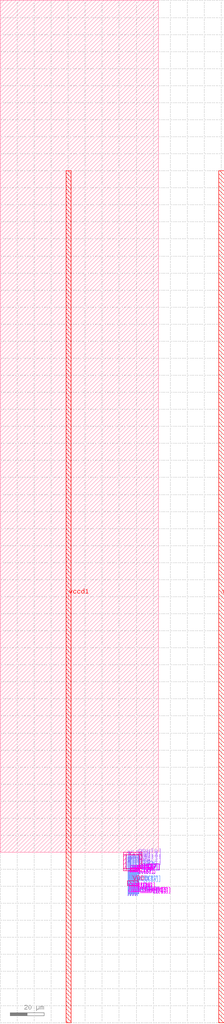
<source format=lef>
VERSION 5.7 ;
  NOWIREEXTENSIONATPIN ON ;
  DIVIDERCHAR "/" ;
  BUSBITCHARS "[]" ;
MACRO flash_array_8x8
  CLASS BLOCK ;
  FOREIGN flash_array_8x8 ;
  ORIGIN 0.000 0.000 ;
  SIZE 93.100 BY 500.000 ;
  PIN sen2
    ANTENNAGATEAREA 0.504000 ;
    PORT
      LAYER li1 ;
        RECT 75.290 -11.940 75.460 -11.925 ;
        RECT 76.730 -11.940 76.900 -11.925 ;
        RECT 78.170 -11.940 78.340 -11.925 ;
        RECT 79.610 -11.940 79.780 -11.925 ;
        RECT 75.210 -12.110 75.540 -11.940 ;
        RECT 76.650 -12.110 76.980 -11.940 ;
        RECT 78.090 -12.110 78.420 -11.940 ;
        RECT 79.530 -12.110 79.860 -11.940 ;
        RECT 75.910 -24.445 76.240 -24.275 ;
        RECT 77.350 -24.445 77.680 -24.275 ;
        RECT 78.790 -24.445 79.120 -24.275 ;
        RECT 80.230 -24.445 80.560 -24.275 ;
        RECT 75.990 -24.460 76.160 -24.445 ;
        RECT 77.430 -24.460 77.600 -24.445 ;
        RECT 78.870 -24.460 79.040 -24.445 ;
        RECT 80.310 -24.460 80.480 -24.445 ;
      LAYER mcon ;
        RECT 75.290 -12.095 75.460 -11.925 ;
        RECT 76.730 -12.095 76.900 -11.925 ;
        RECT 78.170 -12.095 78.340 -11.925 ;
        RECT 79.610 -12.095 79.780 -11.925 ;
      LAYER met1 ;
        RECT 75.005 -12.125 81.605 -11.895 ;
        RECT 81.465 -24.260 81.605 -12.125 ;
        RECT 75.005 -24.490 81.605 -24.260 ;
    END
  END sen2
  PIN sen1
    ANTENNAGATEAREA 0.504000 ;
    PORT
      LAYER li1 ;
        RECT 75.690 -12.450 76.020 -12.280 ;
        RECT 77.130 -12.450 77.460 -12.280 ;
        RECT 78.570 -12.450 78.900 -12.280 ;
        RECT 80.010 -12.450 80.340 -12.280 ;
        RECT 75.770 -12.465 75.940 -12.450 ;
        RECT 77.210 -12.465 77.380 -12.450 ;
        RECT 78.650 -12.465 78.820 -12.450 ;
        RECT 80.090 -12.465 80.260 -12.450 ;
        RECT 75.510 -23.935 75.680 -23.920 ;
        RECT 76.950 -23.935 77.120 -23.920 ;
        RECT 78.390 -23.935 78.560 -23.920 ;
        RECT 79.830 -23.935 80.000 -23.920 ;
        RECT 75.430 -24.105 75.760 -23.935 ;
        RECT 76.870 -24.105 77.200 -23.935 ;
        RECT 78.310 -24.105 78.640 -23.935 ;
        RECT 79.750 -24.105 80.080 -23.935 ;
      LAYER mcon ;
        RECT 75.510 -24.090 75.680 -23.920 ;
        RECT 76.950 -24.090 77.120 -23.920 ;
        RECT 78.390 -24.090 78.560 -23.920 ;
        RECT 79.830 -24.090 80.000 -23.920 ;
      LAYER met1 ;
        RECT 75.005 -12.495 81.325 -12.265 ;
        RECT 81.185 -23.890 81.325 -12.495 ;
        RECT 75.005 -24.120 81.325 -23.890 ;
    END
  END sen1
  PIN VDD
    ANTENNADIFFAREA 2.860800 ;
    PORT
      LAYER nwell ;
        RECT 74.825 -19.565 80.945 -16.815 ;
      LAYER li1 ;
        RECT 75.640 -18.105 75.810 -17.010 ;
        RECT 77.080 -18.105 77.250 -17.010 ;
        RECT 78.520 -18.105 78.690 -17.010 ;
        RECT 79.960 -18.105 80.130 -17.010 ;
        RECT 75.005 -18.275 80.765 -18.105 ;
        RECT 75.640 -19.370 75.810 -18.275 ;
        RECT 77.080 -19.370 77.250 -18.275 ;
        RECT 78.520 -19.370 78.690 -18.275 ;
        RECT 79.960 -19.370 80.130 -18.275 ;
      LAYER mcon ;
        RECT 75.640 -18.275 75.810 -18.105 ;
        RECT 77.080 -18.275 77.250 -18.105 ;
        RECT 78.520 -18.275 78.690 -18.105 ;
        RECT 79.960 -18.275 80.130 -18.105 ;
      LAYER met1 ;
        RECT 75.005 -18.305 80.765 -18.075 ;
    END
  END VDD
  PIN GND
    ANTENNADIFFAREA 4.680000 ;
    PORT
      LAYER li1 ;
        RECT 75.855 -13.965 76.025 -13.905 ;
        RECT 77.295 -13.965 77.465 -13.905 ;
        RECT 78.735 -13.965 78.905 -13.905 ;
        RECT 80.175 -13.965 80.345 -13.905 ;
        RECT 75.835 -14.135 76.025 -13.965 ;
        RECT 77.275 -14.135 77.465 -13.965 ;
        RECT 78.715 -14.135 78.905 -13.965 ;
        RECT 80.155 -14.135 80.345 -13.965 ;
        RECT 75.855 -14.655 76.025 -14.135 ;
        RECT 77.295 -14.655 77.465 -14.135 ;
        RECT 78.735 -14.655 78.905 -14.135 ;
        RECT 80.175 -14.655 80.345 -14.135 ;
        RECT 75.560 -15.275 75.890 -15.105 ;
        RECT 77.000 -15.275 77.330 -15.105 ;
        RECT 78.440 -15.275 78.770 -15.105 ;
        RECT 79.880 -15.275 80.210 -15.105 ;
        RECT 75.640 -15.920 75.810 -15.275 ;
        RECT 77.080 -15.920 77.250 -15.275 ;
        RECT 78.520 -15.920 78.690 -15.275 ;
        RECT 79.960 -15.920 80.130 -15.275 ;
        RECT 75.640 -21.090 75.810 -20.460 ;
        RECT 77.080 -21.090 77.250 -20.460 ;
        RECT 78.520 -21.090 78.690 -20.460 ;
        RECT 79.960 -21.090 80.130 -20.460 ;
        RECT 75.560 -21.260 75.890 -21.090 ;
        RECT 77.000 -21.260 77.330 -21.090 ;
        RECT 78.440 -21.260 78.770 -21.090 ;
        RECT 79.880 -21.260 80.210 -21.090 ;
        RECT 75.425 -22.230 75.595 -21.710 ;
        RECT 76.865 -22.230 77.035 -21.710 ;
        RECT 78.305 -22.230 78.475 -21.710 ;
        RECT 79.745 -22.230 79.915 -21.710 ;
        RECT 75.425 -22.400 75.615 -22.230 ;
        RECT 76.865 -22.400 77.055 -22.230 ;
        RECT 78.305 -22.400 78.495 -22.230 ;
        RECT 79.745 -22.400 79.935 -22.230 ;
        RECT 75.425 -22.460 75.595 -22.400 ;
        RECT 76.865 -22.460 77.035 -22.400 ;
        RECT 78.305 -22.460 78.475 -22.400 ;
        RECT 79.745 -22.460 79.915 -22.400 ;
      LAYER mcon ;
        RECT 75.835 -14.135 76.005 -13.965 ;
        RECT 77.275 -14.135 77.445 -13.965 ;
        RECT 78.715 -14.135 78.885 -13.965 ;
        RECT 80.155 -14.135 80.325 -13.965 ;
        RECT 75.640 -15.275 75.810 -15.105 ;
        RECT 77.080 -15.275 77.250 -15.105 ;
        RECT 78.520 -15.275 78.690 -15.105 ;
        RECT 79.960 -15.275 80.130 -15.105 ;
        RECT 75.640 -21.260 75.810 -21.090 ;
        RECT 77.080 -21.260 77.250 -21.090 ;
        RECT 78.520 -21.260 78.690 -21.090 ;
        RECT 79.960 -21.260 80.130 -21.090 ;
        RECT 75.445 -22.400 75.615 -22.230 ;
        RECT 76.885 -22.400 77.055 -22.230 ;
        RECT 78.325 -22.400 78.495 -22.230 ;
        RECT 79.765 -22.400 79.935 -22.230 ;
      LAYER met1 ;
        RECT 75.805 -14.195 76.035 -13.905 ;
        RECT 77.245 -14.195 77.475 -13.905 ;
        RECT 78.685 -14.195 78.915 -13.905 ;
        RECT 80.125 -14.195 80.355 -13.905 ;
        RECT 75.805 -15.075 75.945 -14.195 ;
        RECT 77.245 -15.075 77.385 -14.195 ;
        RECT 78.685 -15.075 78.825 -14.195 ;
        RECT 80.125 -15.075 80.265 -14.195 ;
        RECT 75.580 -15.120 75.945 -15.075 ;
        RECT 77.020 -15.120 77.385 -15.075 ;
        RECT 78.460 -15.120 78.825 -15.075 ;
        RECT 79.900 -15.120 80.265 -15.075 ;
        RECT 75.005 -15.305 81.045 -15.120 ;
        RECT 80.905 -21.060 81.045 -15.305 ;
        RECT 75.005 -21.245 81.045 -21.060 ;
        RECT 75.505 -21.290 75.870 -21.245 ;
        RECT 76.945 -21.290 77.310 -21.245 ;
        RECT 78.385 -21.290 78.750 -21.245 ;
        RECT 79.825 -21.290 80.190 -21.245 ;
        RECT 75.505 -22.170 75.645 -21.290 ;
        RECT 76.945 -22.170 77.085 -21.290 ;
        RECT 78.385 -22.170 78.525 -21.290 ;
        RECT 79.825 -22.170 79.965 -21.290 ;
        RECT 75.415 -22.460 75.645 -22.170 ;
        RECT 76.855 -22.460 77.085 -22.170 ;
        RECT 78.295 -22.460 78.525 -22.170 ;
        RECT 79.735 -22.460 79.965 -22.170 ;
    END
  END GND
  PIN BL[7]
    ANTENNAGATEAREA 0.126000 ;
    ANTENNADIFFAREA 0.273000 ;
    PORT
      LAYER li1 ;
        RECT 80.320 -2.240 80.490 -2.070 ;
        RECT 80.320 -8.900 80.490 -8.730 ;
        RECT 80.085 -13.735 80.415 -13.565 ;
      LAYER mcon ;
        RECT 80.165 -13.735 80.335 -13.565 ;
      LAYER met1 ;
        RECT 80.320 -2.040 80.490 -1.905 ;
        RECT 80.260 -2.270 80.550 -2.040 ;
        RECT 80.320 -8.700 80.490 -2.270 ;
        RECT 80.260 -8.930 80.550 -8.700 ;
        RECT 80.320 -10.455 80.490 -8.930 ;
        RECT 80.275 -10.595 80.490 -10.455 ;
        RECT 80.275 -10.895 80.415 -10.595 ;
        RECT 80.155 -11.215 80.415 -10.895 ;
        RECT 80.090 -13.765 80.410 -13.505 ;
      LAYER via ;
        RECT 80.155 -11.185 80.415 -10.925 ;
        RECT 80.120 -13.765 80.380 -13.505 ;
      LAYER met2 ;
        RECT 80.155 -11.215 80.415 -10.895 ;
        RECT 80.155 -13.505 80.295 -11.215 ;
        RECT 80.090 -13.765 80.410 -13.505 ;
    END
  END BL[7]
  PIN BL[6]
    ANTENNAGATEAREA 0.126000 ;
    ANTENNADIFFAREA 0.273000 ;
    PORT
      LAYER li1 ;
        RECT 79.600 -2.240 79.770 -2.070 ;
        RECT 79.600 -8.900 79.770 -8.730 ;
        RECT 79.675 -22.800 80.005 -22.630 ;
      LAYER mcon ;
        RECT 79.755 -22.800 79.925 -22.630 ;
      LAYER met1 ;
        RECT 79.600 -2.040 79.770 -1.905 ;
        RECT 79.540 -2.270 79.830 -2.040 ;
        RECT 79.600 -8.700 79.770 -2.270 ;
        RECT 79.540 -8.930 79.830 -8.700 ;
        RECT 79.600 -10.455 79.770 -8.930 ;
        RECT 79.600 -10.595 79.835 -10.455 ;
        RECT 79.695 -10.895 79.835 -10.595 ;
        RECT 79.695 -11.155 80.015 -10.895 ;
        RECT 79.680 -22.860 80.000 -22.600 ;
      LAYER via ;
        RECT 79.725 -11.155 79.985 -10.895 ;
        RECT 79.710 -22.860 79.970 -22.600 ;
      LAYER met2 ;
        RECT 79.695 -11.155 80.015 -10.895 ;
        RECT 79.795 -22.600 79.935 -11.155 ;
        RECT 79.680 -22.860 80.000 -22.600 ;
    END
  END BL[6]
  PIN BL[5]
    ANTENNAGATEAREA 0.126000 ;
    ANTENNADIFFAREA 0.273000 ;
    PORT
      LAYER li1 ;
        RECT 78.880 -2.240 79.050 -2.070 ;
        RECT 78.880 -8.900 79.050 -8.730 ;
        RECT 78.645 -13.735 78.975 -13.565 ;
      LAYER mcon ;
        RECT 78.725 -13.735 78.895 -13.565 ;
      LAYER met1 ;
        RECT 78.880 -2.040 79.050 -1.905 ;
        RECT 78.820 -2.270 79.110 -2.040 ;
        RECT 78.880 -8.700 79.050 -2.270 ;
        RECT 78.820 -8.930 79.110 -8.700 ;
        RECT 78.880 -10.455 79.050 -8.930 ;
        RECT 78.835 -10.595 79.050 -10.455 ;
        RECT 78.835 -10.895 78.975 -10.595 ;
        RECT 78.715 -11.215 78.975 -10.895 ;
        RECT 78.650 -13.765 78.970 -13.505 ;
      LAYER via ;
        RECT 78.715 -11.185 78.975 -10.925 ;
        RECT 78.680 -13.765 78.940 -13.505 ;
      LAYER met2 ;
        RECT 78.715 -11.215 78.975 -10.895 ;
        RECT 78.715 -13.505 78.855 -11.215 ;
        RECT 78.650 -13.765 78.970 -13.505 ;
    END
  END BL[5]
  PIN BL[4]
    ANTENNAGATEAREA 0.126000 ;
    ANTENNADIFFAREA 0.273000 ;
    PORT
      LAYER li1 ;
        RECT 78.160 -2.240 78.330 -2.070 ;
        RECT 78.160 -8.900 78.330 -8.730 ;
        RECT 78.235 -22.800 78.565 -22.630 ;
      LAYER mcon ;
        RECT 78.315 -22.800 78.485 -22.630 ;
      LAYER met1 ;
        RECT 78.160 -2.040 78.330 -1.905 ;
        RECT 78.100 -2.270 78.390 -2.040 ;
        RECT 78.160 -8.700 78.330 -2.270 ;
        RECT 78.100 -8.930 78.390 -8.700 ;
        RECT 78.160 -10.455 78.330 -8.930 ;
        RECT 78.160 -10.595 78.395 -10.455 ;
        RECT 78.255 -10.895 78.395 -10.595 ;
        RECT 78.255 -11.155 78.575 -10.895 ;
        RECT 78.240 -22.860 78.560 -22.600 ;
      LAYER via ;
        RECT 78.285 -11.155 78.545 -10.895 ;
        RECT 78.270 -22.860 78.530 -22.600 ;
      LAYER met2 ;
        RECT 78.255 -11.155 78.575 -10.895 ;
        RECT 78.355 -22.600 78.495 -11.155 ;
        RECT 78.240 -22.860 78.560 -22.600 ;
    END
  END BL[4]
  PIN BL[3]
    ANTENNAGATEAREA 0.126000 ;
    ANTENNADIFFAREA 0.273000 ;
    PORT
      LAYER li1 ;
        RECT 77.440 -2.240 77.610 -2.070 ;
        RECT 77.440 -8.900 77.610 -8.730 ;
        RECT 77.205 -13.735 77.535 -13.565 ;
      LAYER mcon ;
        RECT 77.285 -13.735 77.455 -13.565 ;
      LAYER met1 ;
        RECT 77.440 -2.040 77.610 -1.905 ;
        RECT 77.380 -2.270 77.670 -2.040 ;
        RECT 77.440 -8.700 77.610 -2.270 ;
        RECT 77.380 -8.930 77.670 -8.700 ;
        RECT 77.440 -10.455 77.610 -8.930 ;
        RECT 77.395 -10.595 77.610 -10.455 ;
        RECT 77.395 -10.895 77.535 -10.595 ;
        RECT 77.275 -11.215 77.535 -10.895 ;
        RECT 77.210 -13.765 77.530 -13.505 ;
      LAYER via ;
        RECT 77.275 -11.185 77.535 -10.925 ;
        RECT 77.240 -13.765 77.500 -13.505 ;
      LAYER met2 ;
        RECT 77.275 -11.215 77.535 -10.895 ;
        RECT 77.275 -13.505 77.415 -11.215 ;
        RECT 77.210 -13.765 77.530 -13.505 ;
    END
  END BL[3]
  PIN BL[2]
    ANTENNAGATEAREA 0.126000 ;
    ANTENNADIFFAREA 0.273000 ;
    PORT
      LAYER li1 ;
        RECT 76.720 -2.240 76.890 -2.070 ;
        RECT 76.720 -8.900 76.890 -8.730 ;
        RECT 76.795 -22.800 77.125 -22.630 ;
      LAYER mcon ;
        RECT 76.875 -22.800 77.045 -22.630 ;
      LAYER met1 ;
        RECT 76.720 -2.040 76.890 -1.905 ;
        RECT 76.660 -2.270 76.950 -2.040 ;
        RECT 76.720 -8.700 76.890 -2.270 ;
        RECT 76.660 -8.930 76.950 -8.700 ;
        RECT 76.720 -10.455 76.890 -8.930 ;
        RECT 76.720 -10.595 76.955 -10.455 ;
        RECT 76.815 -10.895 76.955 -10.595 ;
        RECT 76.815 -11.155 77.135 -10.895 ;
        RECT 76.800 -22.860 77.120 -22.600 ;
      LAYER via ;
        RECT 76.845 -11.155 77.105 -10.895 ;
        RECT 76.830 -22.860 77.090 -22.600 ;
      LAYER met2 ;
        RECT 76.815 -11.155 77.135 -10.895 ;
        RECT 76.915 -22.600 77.055 -11.155 ;
        RECT 76.800 -22.860 77.120 -22.600 ;
    END
  END BL[2]
  PIN BL[1]
    ANTENNAGATEAREA 0.126000 ;
    ANTENNADIFFAREA 0.273000 ;
    PORT
      LAYER li1 ;
        RECT 76.000 -2.240 76.170 -2.070 ;
        RECT 76.000 -8.900 76.170 -8.730 ;
        RECT 75.765 -13.735 76.095 -13.565 ;
      LAYER mcon ;
        RECT 75.845 -13.735 76.015 -13.565 ;
      LAYER met1 ;
        RECT 76.000 -2.040 76.170 -1.905 ;
        RECT 75.940 -2.270 76.230 -2.040 ;
        RECT 76.000 -8.700 76.170 -2.270 ;
        RECT 75.940 -8.930 76.230 -8.700 ;
        RECT 76.000 -10.455 76.170 -8.930 ;
        RECT 75.955 -10.595 76.170 -10.455 ;
        RECT 75.955 -10.895 76.095 -10.595 ;
        RECT 75.835 -11.215 76.095 -10.895 ;
        RECT 75.770 -13.765 76.090 -13.505 ;
      LAYER via ;
        RECT 75.835 -11.185 76.095 -10.925 ;
        RECT 75.800 -13.765 76.060 -13.505 ;
      LAYER met2 ;
        RECT 75.835 -11.215 76.095 -10.895 ;
        RECT 75.835 -13.505 75.975 -11.215 ;
        RECT 75.770 -13.765 76.090 -13.505 ;
    END
  END BL[1]
  PIN BL[0]
    ANTENNAGATEAREA 0.126000 ;
    ANTENNADIFFAREA 0.273000 ;
    PORT
      LAYER li1 ;
        RECT 75.280 -2.240 75.450 -2.070 ;
        RECT 75.280 -8.900 75.450 -8.730 ;
        RECT 75.355 -22.800 75.685 -22.630 ;
      LAYER mcon ;
        RECT 75.435 -22.800 75.605 -22.630 ;
      LAYER met1 ;
        RECT 75.280 -2.040 75.450 -1.905 ;
        RECT 75.220 -2.270 75.510 -2.040 ;
        RECT 75.280 -8.700 75.450 -2.270 ;
        RECT 75.220 -8.930 75.510 -8.700 ;
        RECT 75.280 -10.455 75.450 -8.930 ;
        RECT 75.280 -10.595 75.515 -10.455 ;
        RECT 75.375 -10.895 75.515 -10.595 ;
        RECT 75.375 -11.155 75.695 -10.895 ;
        RECT 75.360 -22.860 75.680 -22.600 ;
      LAYER via ;
        RECT 75.405 -11.155 75.665 -10.895 ;
        RECT 75.390 -22.860 75.650 -22.600 ;
      LAYER met2 ;
        RECT 75.375 -11.155 75.695 -10.895 ;
        RECT 75.475 -22.600 75.615 -11.155 ;
        RECT 75.360 -22.860 75.680 -22.600 ;
    END
  END BL[0]
  PIN VBPW
    ANTENNADIFFAREA 8.916200 ;
    PORT
      LAYER li1 ;
        RECT 74.170 -1.730 74.340 -1.560 ;
        RECT 74.565 -1.730 74.735 -1.560 ;
        RECT 75.280 -1.730 75.450 -1.560 ;
        RECT 75.640 -1.730 75.810 -1.560 ;
        RECT 76.000 -1.730 76.170 -1.560 ;
        RECT 76.720 -1.730 76.890 -1.560 ;
        RECT 77.080 -1.730 77.250 -1.560 ;
        RECT 77.440 -1.730 77.610 -1.560 ;
        RECT 78.160 -1.730 78.330 -1.560 ;
        RECT 78.520 -1.730 78.690 -1.560 ;
        RECT 78.880 -1.730 79.050 -1.560 ;
        RECT 79.600 -1.730 79.770 -1.560 ;
        RECT 79.960 -1.730 80.130 -1.560 ;
        RECT 80.320 -1.730 80.490 -1.560 ;
        RECT 81.040 -1.730 81.210 -1.560 ;
        RECT 81.420 -1.730 81.590 -1.560 ;
        RECT 81.420 -3.260 81.590 -3.090 ;
        RECT 74.170 -3.690 74.340 -3.520 ;
        RECT 81.420 -4.120 81.590 -3.950 ;
        RECT 74.170 -4.550 74.340 -4.380 ;
        RECT 74.170 -6.590 74.340 -6.420 ;
        RECT 81.420 -7.020 81.590 -6.850 ;
        RECT 74.170 -7.450 74.340 -7.280 ;
        RECT 81.420 -7.880 81.590 -7.710 ;
        RECT 74.170 -9.410 74.340 -9.240 ;
        RECT 74.565 -9.410 74.735 -9.240 ;
        RECT 75.280 -9.410 75.450 -9.240 ;
        RECT 75.640 -9.410 75.810 -9.240 ;
        RECT 76.000 -9.410 76.170 -9.240 ;
        RECT 76.720 -9.410 76.890 -9.240 ;
        RECT 77.080 -9.410 77.250 -9.240 ;
        RECT 77.440 -9.410 77.610 -9.240 ;
        RECT 78.160 -9.410 78.330 -9.240 ;
        RECT 78.520 -9.410 78.690 -9.240 ;
        RECT 78.880 -9.410 79.050 -9.240 ;
        RECT 79.600 -9.410 79.770 -9.240 ;
        RECT 79.960 -9.410 80.130 -9.240 ;
        RECT 80.320 -9.410 80.490 -9.240 ;
        RECT 81.040 -9.410 81.210 -9.240 ;
        RECT 81.420 -9.410 81.590 -9.240 ;
      LAYER met1 ;
        RECT 74.110 -1.760 74.400 -1.530 ;
        RECT 81.360 -1.760 81.650 -1.530 ;
        RECT 74.170 -3.490 74.340 -1.760 ;
        RECT 81.420 -3.060 81.590 -1.760 ;
        RECT 81.390 -3.290 81.620 -3.060 ;
        RECT 74.140 -3.720 74.370 -3.490 ;
        RECT 74.170 -4.350 74.340 -3.720 ;
        RECT 81.420 -3.920 81.590 -3.290 ;
        RECT 81.390 -4.150 81.620 -3.920 ;
        RECT 74.140 -4.580 74.370 -4.350 ;
        RECT 74.170 -6.390 74.340 -4.580 ;
        RECT 74.140 -6.620 74.370 -6.390 ;
        RECT 74.170 -7.250 74.340 -6.620 ;
        RECT 81.420 -6.820 81.590 -4.150 ;
        RECT 81.390 -7.050 81.620 -6.820 ;
        RECT 74.140 -7.480 74.370 -7.250 ;
        RECT 74.170 -9.210 74.340 -7.480 ;
        RECT 81.420 -7.680 81.590 -7.050 ;
        RECT 81.390 -7.910 81.620 -7.680 ;
        RECT 81.420 -9.210 81.590 -7.910 ;
        RECT 74.110 -9.440 74.400 -9.210 ;
        RECT 81.360 -9.440 81.650 -9.210 ;
    END
  END VBPW
  PIN SSL[1]
    ANTENNAGATEAREA 1.680000 ;
    PORT
      LAYER li1 ;
        RECT 80.940 -8.515 81.110 -8.345 ;
    END
  END SSL[1]
  PIN out[6]
    ANTENNADIFFAREA 0.111300 ;
    PORT
      LAYER li1 ;
        RECT 79.840 -25.055 80.010 -24.635 ;
    END
  END out[6]
  PIN out[4]
    ANTENNADIFFAREA 0.111300 ;
    PORT
      LAYER li1 ;
        RECT 78.400 -25.055 78.570 -24.635 ;
    END
  END out[4]
  PIN out[2]
    ANTENNADIFFAREA 0.111300 ;
    PORT
      LAYER li1 ;
        RECT 76.960 -25.055 77.130 -24.635 ;
    END
  END out[2]
  PIN out[0]
    ANTENNADIFFAREA 0.111300 ;
    PORT
      LAYER li1 ;
        RECT 75.520 -25.055 75.690 -24.635 ;
    END
  END out[0]
  PIN WL1[1]
    ANTENNAGATEAREA 0.792000 ;
    PORT
      LAYER li1 ;
        RECT 80.940 -7.450 81.110 -7.280 ;
    END
  END WL1[1]
  PIN WL1[0]
    ANTENNAGATEAREA 0.792000 ;
    PORT
      LAYER li1 ;
        RECT 74.660 -7.880 74.830 -7.710 ;
    END
  END WL1[0]
  PIN WL1[3]
    ANTENNAGATEAREA 0.792000 ;
    PORT
      LAYER li1 ;
        RECT 80.940 -6.590 81.110 -6.420 ;
    END
  END WL1[3]
  PIN WL1[2]
    ANTENNAGATEAREA 0.792000 ;
    PORT
      LAYER li1 ;
        RECT 74.660 -7.020 74.830 -6.850 ;
    END
  END WL1[2]
  PIN SL
    ANTENNADIFFAREA 1.344000 ;
    PORT
      LAYER li1 ;
        RECT 75.280 -5.570 75.450 -5.400 ;
        RECT 76.000 -5.570 76.170 -5.400 ;
        RECT 76.720 -5.570 76.890 -5.400 ;
        RECT 77.440 -5.570 77.610 -5.400 ;
        RECT 78.160 -5.570 78.330 -5.400 ;
        RECT 78.880 -5.570 79.050 -5.400 ;
        RECT 79.600 -5.570 79.770 -5.400 ;
        RECT 80.320 -5.570 80.490 -5.400 ;
    END
  END SL
  PIN GSL[1]
    ANTENNAGATEAREA 1.680000 ;
    PORT
      LAYER li1 ;
        RECT 74.615 -5.905 74.785 -5.735 ;
    END
  END GSL[1]
  PIN GSL[0]
    ANTENNAGATEAREA 1.680000 ;
    PORT
      LAYER li1 ;
        RECT 74.615 -5.235 74.785 -5.065 ;
    END
  END GSL[0]
  PIN WL0[3]
    ANTENNAGATEAREA 0.792000 ;
    PORT
      LAYER li1 ;
        RECT 80.940 -4.550 81.110 -4.380 ;
    END
  END WL0[3]
  PIN WL0[2]
    ANTENNAGATEAREA 0.792000 ;
    PORT
      LAYER li1 ;
        RECT 74.660 -4.120 74.830 -3.950 ;
    END
  END WL0[2]
  PIN WL0[1]
    ANTENNAGATEAREA 0.792000 ;
    PORT
      LAYER li1 ;
        RECT 80.940 -3.690 81.110 -3.520 ;
    END
  END WL0[1]
  PIN WL0[0]
    ANTENNAGATEAREA 0.792000 ;
    PORT
      LAYER li1 ;
        RECT 74.660 -3.260 74.830 -3.090 ;
    END
  END WL0[0]
  PIN SSL[0]
    ANTENNAGATEAREA 1.680000 ;
    PORT
      LAYER li1 ;
        RECT 80.940 -2.625 81.110 -2.455 ;
    END
  END SSL[0]
  PIN out[7]
    ANTENNADIFFAREA 0.111300 ;
    PORT
      LAYER li1 ;
        RECT 80.080 -11.750 80.250 -11.330 ;
      LAYER mcon ;
        RECT 80.080 -11.625 80.250 -11.455 ;
      LAYER met1 ;
        RECT 80.435 -11.395 80.695 -11.380 ;
        RECT 79.990 -11.685 80.695 -11.395 ;
        RECT 80.435 -11.700 80.695 -11.685 ;
      LAYER via ;
        RECT 80.435 -11.670 80.695 -11.410 ;
      LAYER met2 ;
        RECT 80.435 -11.700 80.695 -11.380 ;
        RECT 80.555 -25.430 80.695 -11.700 ;
    END
  END out[7]
  PIN out_en[3]
    ANTENNAGATEAREA 0.126000 ;
    PORT
      LAYER li1 ;
        RECT 79.440 -11.140 80.545 -10.970 ;
        RECT 79.440 -11.680 79.610 -11.140 ;
        RECT 79.440 -25.415 79.875 -25.245 ;
      LAYER met1 ;
        RECT 79.395 -11.755 79.655 -11.435 ;
        RECT 79.395 -25.490 79.655 -25.170 ;
      LAYER via ;
        RECT 79.395 -11.725 79.655 -11.465 ;
        RECT 79.395 -25.460 79.655 -25.200 ;
      LAYER met2 ;
        RECT 79.395 -11.755 79.655 -11.435 ;
        RECT 79.395 -25.170 79.535 -11.755 ;
        RECT 79.395 -25.490 79.655 -25.170 ;
    END
  END out_en[3]
  PIN out[5]
    ANTENNADIFFAREA 0.111300 ;
    PORT
      LAYER li1 ;
        RECT 78.640 -11.750 78.810 -11.330 ;
      LAYER mcon ;
        RECT 78.640 -11.625 78.810 -11.455 ;
      LAYER met1 ;
        RECT 78.995 -11.395 79.255 -11.380 ;
        RECT 78.550 -11.685 79.255 -11.395 ;
        RECT 78.995 -11.700 79.255 -11.685 ;
      LAYER via ;
        RECT 78.995 -11.670 79.255 -11.410 ;
      LAYER met2 ;
        RECT 78.995 -11.700 79.255 -11.380 ;
        RECT 79.115 -25.430 79.255 -11.700 ;
    END
  END out[5]
  PIN out_en[2]
    ANTENNAGATEAREA 0.126000 ;
    PORT
      LAYER li1 ;
        RECT 78.000 -11.140 79.105 -10.970 ;
        RECT 78.000 -11.680 78.170 -11.140 ;
        RECT 78.000 -25.415 78.435 -25.245 ;
      LAYER met1 ;
        RECT 77.955 -11.755 78.215 -11.435 ;
        RECT 77.955 -25.490 78.215 -25.170 ;
      LAYER via ;
        RECT 77.955 -11.725 78.215 -11.465 ;
        RECT 77.955 -25.460 78.215 -25.200 ;
      LAYER met2 ;
        RECT 77.955 -11.755 78.215 -11.435 ;
        RECT 77.955 -25.170 78.095 -11.755 ;
        RECT 77.955 -25.490 78.215 -25.170 ;
    END
  END out_en[2]
  PIN out[3]
    ANTENNADIFFAREA 0.111300 ;
    PORT
      LAYER li1 ;
        RECT 77.200 -11.750 77.370 -11.330 ;
      LAYER mcon ;
        RECT 77.200 -11.625 77.370 -11.455 ;
      LAYER met1 ;
        RECT 77.555 -11.395 77.815 -11.380 ;
        RECT 77.110 -11.685 77.815 -11.395 ;
        RECT 77.555 -11.700 77.815 -11.685 ;
      LAYER via ;
        RECT 77.555 -11.670 77.815 -11.410 ;
      LAYER met2 ;
        RECT 77.555 -11.700 77.815 -11.380 ;
        RECT 77.675 -25.430 77.815 -11.700 ;
    END
  END out[3]
  PIN out_en[1]
    ANTENNAGATEAREA 0.126000 ;
    PORT
      LAYER li1 ;
        RECT 76.560 -11.140 77.665 -10.970 ;
        RECT 76.560 -11.680 76.730 -11.140 ;
        RECT 76.560 -25.415 76.995 -25.245 ;
      LAYER met1 ;
        RECT 76.515 -11.755 76.775 -11.435 ;
        RECT 76.515 -25.490 76.775 -25.170 ;
      LAYER via ;
        RECT 76.515 -11.725 76.775 -11.465 ;
        RECT 76.515 -25.460 76.775 -25.200 ;
      LAYER met2 ;
        RECT 76.515 -11.755 76.775 -11.435 ;
        RECT 76.515 -25.170 76.655 -11.755 ;
        RECT 76.515 -25.490 76.775 -25.170 ;
    END
  END out_en[1]
  PIN out[1]
    ANTENNADIFFAREA 0.111300 ;
    PORT
      LAYER li1 ;
        RECT 75.760 -11.750 75.930 -11.330 ;
      LAYER mcon ;
        RECT 75.760 -11.625 75.930 -11.455 ;
      LAYER met1 ;
        RECT 76.115 -11.395 76.375 -11.380 ;
        RECT 75.670 -11.685 76.375 -11.395 ;
        RECT 76.115 -11.700 76.375 -11.685 ;
      LAYER via ;
        RECT 76.115 -11.670 76.375 -11.410 ;
      LAYER met2 ;
        RECT 76.115 -11.700 76.375 -11.380 ;
        RECT 76.235 -25.430 76.375 -11.700 ;
    END
  END out[1]
  PIN out_en[0]
    ANTENNAGATEAREA 0.126000 ;
    PORT
      LAYER li1 ;
        RECT 75.120 -11.140 76.225 -10.970 ;
        RECT 75.120 -11.680 75.290 -11.140 ;
        RECT 75.120 -25.415 75.555 -25.245 ;
      LAYER met1 ;
        RECT 75.075 -11.755 75.335 -11.435 ;
        RECT 75.075 -25.490 75.335 -25.170 ;
      LAYER via ;
        RECT 75.075 -11.725 75.335 -11.465 ;
        RECT 75.075 -25.460 75.335 -25.200 ;
      LAYER met2 ;
        RECT 75.075 -11.755 75.335 -11.435 ;
        RECT 75.075 -25.170 75.215 -11.755 ;
        RECT 75.075 -25.490 75.335 -25.170 ;
    END
  END out_en[0]
  PIN vccd1
    DIRECTION INOUT ;
    USE POWER ;
    PORT
      LAYER met4 ;
        RECT 38.685 -100.000 41.785 400.000 ;
    END
  END vccd1
  PIN vssd1
    DIRECTION INOUT ;
    USE GROUND ;
    PORT
      LAYER met4 ;
        RECT 128.685 -100.000 131.785 400.000 ;
    END
  END vssd1
  OBS
      LAYER nwell ;
        RECT 72.490 -1.430 83.280 0.000 ;
        RECT 72.490 -9.540 73.920 -1.430 ;
        RECT 81.850 -9.540 83.280 -1.430 ;
        RECT 72.490 -10.970 83.280 -9.540 ;
      LAYER li1 ;
        RECT 75.650 -0.350 75.820 -0.180 ;
        RECT 77.090 -0.350 77.260 -0.180 ;
        RECT 78.530 -0.350 78.700 -0.180 ;
        RECT 79.970 -0.350 80.140 -0.180 ;
        RECT 75.650 -10.790 75.820 -10.620 ;
        RECT 77.090 -10.790 77.260 -10.620 ;
        RECT 78.530 -10.790 78.700 -10.620 ;
        RECT 79.970 -10.790 80.140 -10.620 ;
        RECT 76.190 -11.455 76.360 -11.330 ;
        RECT 77.630 -11.455 77.800 -11.330 ;
        RECT 79.070 -11.455 79.240 -11.330 ;
        RECT 80.510 -11.455 80.680 -11.330 ;
        RECT 76.160 -11.625 76.360 -11.455 ;
        RECT 77.600 -11.625 77.800 -11.455 ;
        RECT 79.040 -11.625 79.240 -11.455 ;
        RECT 80.480 -11.625 80.680 -11.455 ;
        RECT 76.190 -12.670 76.360 -11.625 ;
        RECT 77.630 -12.670 77.800 -11.625 ;
        RECT 79.070 -12.670 79.240 -11.625 ;
        RECT 80.510 -12.670 80.680 -11.625 ;
        RECT 75.055 -13.050 75.400 -12.880 ;
        RECT 75.640 -13.220 75.810 -12.755 ;
        RECT 76.155 -12.775 76.360 -12.670 ;
        RECT 76.155 -12.800 76.325 -12.775 ;
        RECT 76.070 -13.130 76.325 -12.800 ;
        RECT 76.495 -13.050 76.840 -12.880 ;
        RECT 76.155 -13.175 76.325 -13.130 ;
        RECT 77.080 -13.220 77.250 -12.755 ;
        RECT 77.595 -12.775 77.800 -12.670 ;
        RECT 77.595 -12.800 77.765 -12.775 ;
        RECT 77.510 -13.130 77.765 -12.800 ;
        RECT 77.935 -13.050 78.280 -12.880 ;
        RECT 77.595 -13.175 77.765 -13.130 ;
        RECT 78.520 -13.220 78.690 -12.755 ;
        RECT 79.035 -12.775 79.240 -12.670 ;
        RECT 79.035 -12.800 79.205 -12.775 ;
        RECT 78.950 -13.130 79.205 -12.800 ;
        RECT 79.375 -13.050 79.720 -12.880 ;
        RECT 79.035 -13.175 79.205 -13.130 ;
        RECT 79.960 -13.220 80.130 -12.755 ;
        RECT 80.475 -12.775 80.680 -12.670 ;
        RECT 80.475 -12.800 80.645 -12.775 ;
        RECT 80.390 -13.130 80.645 -12.800 ;
        RECT 80.475 -13.175 80.645 -13.130 ;
        RECT 75.425 -13.390 75.810 -13.220 ;
        RECT 76.865 -13.390 77.250 -13.220 ;
        RECT 78.305 -13.390 78.690 -13.220 ;
        RECT 79.745 -13.390 80.130 -13.220 ;
        RECT 75.425 -14.655 75.595 -13.390 ;
        RECT 76.865 -14.655 77.035 -13.390 ;
        RECT 78.305 -14.655 78.475 -13.390 ;
        RECT 79.745 -14.655 79.915 -13.390 ;
        RECT 75.090 -14.950 75.305 -14.780 ;
        RECT 76.145 -14.950 76.360 -14.780 ;
        RECT 75.090 -15.590 75.260 -14.950 ;
        RECT 76.190 -15.590 76.360 -14.950 ;
        RECT 75.090 -15.920 75.380 -15.590 ;
        RECT 76.070 -15.920 76.360 -15.590 ;
        RECT 75.090 -16.590 75.260 -15.920 ;
        RECT 75.430 -16.170 75.600 -16.090 ;
        RECT 76.190 -16.170 76.360 -15.920 ;
        RECT 75.430 -16.340 76.360 -16.170 ;
        RECT 75.430 -16.420 75.600 -16.340 ;
        RECT 75.850 -16.590 76.020 -16.510 ;
        RECT 75.090 -16.760 76.020 -16.590 ;
        RECT 75.090 -17.060 75.260 -16.760 ;
        RECT 75.850 -16.840 76.020 -16.760 ;
        RECT 75.090 -17.730 75.380 -17.060 ;
        RECT 76.190 -17.140 76.360 -16.340 ;
        RECT 75.990 -17.310 76.360 -17.140 ;
        RECT 76.190 -17.480 76.360 -17.310 ;
        RECT 75.990 -17.650 76.360 -17.480 ;
        RECT 75.090 -17.835 75.260 -17.730 ;
        RECT 76.190 -17.835 76.360 -17.650 ;
        RECT 76.530 -14.950 76.745 -14.780 ;
        RECT 77.585 -14.950 77.800 -14.780 ;
        RECT 76.530 -15.590 76.700 -14.950 ;
        RECT 77.630 -15.590 77.800 -14.950 ;
        RECT 76.530 -15.920 76.820 -15.590 ;
        RECT 77.510 -15.920 77.800 -15.590 ;
        RECT 76.530 -16.590 76.700 -15.920 ;
        RECT 76.870 -16.170 77.040 -16.090 ;
        RECT 77.630 -16.170 77.800 -15.920 ;
        RECT 76.870 -16.340 77.800 -16.170 ;
        RECT 76.870 -16.420 77.040 -16.340 ;
        RECT 77.290 -16.590 77.460 -16.510 ;
        RECT 76.530 -16.760 77.460 -16.590 ;
        RECT 76.530 -17.060 76.700 -16.760 ;
        RECT 77.290 -16.840 77.460 -16.760 ;
        RECT 76.530 -17.730 76.820 -17.060 ;
        RECT 77.630 -17.140 77.800 -16.340 ;
        RECT 77.430 -17.310 77.800 -17.140 ;
        RECT 77.630 -17.480 77.800 -17.310 ;
        RECT 77.430 -17.650 77.800 -17.480 ;
        RECT 76.530 -17.835 76.700 -17.730 ;
        RECT 77.630 -17.835 77.800 -17.650 ;
        RECT 77.970 -14.950 78.185 -14.780 ;
        RECT 79.025 -14.950 79.240 -14.780 ;
        RECT 77.970 -15.590 78.140 -14.950 ;
        RECT 79.070 -15.590 79.240 -14.950 ;
        RECT 77.970 -15.920 78.260 -15.590 ;
        RECT 78.950 -15.920 79.240 -15.590 ;
        RECT 77.970 -16.590 78.140 -15.920 ;
        RECT 78.310 -16.170 78.480 -16.090 ;
        RECT 79.070 -16.170 79.240 -15.920 ;
        RECT 78.310 -16.340 79.240 -16.170 ;
        RECT 78.310 -16.420 78.480 -16.340 ;
        RECT 78.730 -16.590 78.900 -16.510 ;
        RECT 77.970 -16.760 78.900 -16.590 ;
        RECT 77.970 -17.060 78.140 -16.760 ;
        RECT 78.730 -16.840 78.900 -16.760 ;
        RECT 77.970 -17.730 78.260 -17.060 ;
        RECT 79.070 -17.140 79.240 -16.340 ;
        RECT 78.870 -17.310 79.240 -17.140 ;
        RECT 79.070 -17.480 79.240 -17.310 ;
        RECT 78.870 -17.650 79.240 -17.480 ;
        RECT 77.970 -17.835 78.140 -17.730 ;
        RECT 79.070 -17.835 79.240 -17.650 ;
        RECT 79.410 -14.950 79.625 -14.780 ;
        RECT 80.465 -14.950 80.680 -14.780 ;
        RECT 79.410 -15.590 79.580 -14.950 ;
        RECT 80.510 -15.590 80.680 -14.950 ;
        RECT 79.410 -15.920 79.700 -15.590 ;
        RECT 80.390 -15.920 80.680 -15.590 ;
        RECT 79.410 -16.590 79.580 -15.920 ;
        RECT 79.750 -16.170 79.920 -16.090 ;
        RECT 80.510 -16.170 80.680 -15.920 ;
        RECT 79.750 -16.340 80.680 -16.170 ;
        RECT 79.750 -16.420 79.920 -16.340 ;
        RECT 80.170 -16.590 80.340 -16.510 ;
        RECT 79.410 -16.760 80.340 -16.590 ;
        RECT 79.410 -17.060 79.580 -16.760 ;
        RECT 80.170 -16.840 80.340 -16.760 ;
        RECT 79.410 -17.730 79.700 -17.060 ;
        RECT 80.510 -17.140 80.680 -16.340 ;
        RECT 80.310 -17.310 80.680 -17.140 ;
        RECT 80.510 -17.480 80.680 -17.310 ;
        RECT 80.310 -17.650 80.680 -17.480 ;
        RECT 79.410 -17.835 79.580 -17.730 ;
        RECT 80.510 -17.835 80.680 -17.650 ;
        RECT 75.090 -18.730 75.260 -18.545 ;
        RECT 76.190 -18.730 76.360 -18.545 ;
        RECT 75.090 -18.900 75.460 -18.730 ;
        RECT 75.990 -18.900 76.360 -18.730 ;
        RECT 75.090 -19.070 75.260 -18.900 ;
        RECT 76.190 -19.070 76.360 -18.900 ;
        RECT 75.090 -19.240 75.460 -19.070 ;
        RECT 75.990 -19.240 76.360 -19.070 ;
        RECT 75.090 -20.040 75.260 -19.240 ;
        RECT 75.430 -19.620 75.600 -19.540 ;
        RECT 76.190 -19.620 76.360 -19.240 ;
        RECT 75.430 -19.790 76.360 -19.620 ;
        RECT 75.430 -19.870 75.600 -19.790 ;
        RECT 75.850 -20.040 76.020 -19.960 ;
        RECT 75.090 -20.210 76.020 -20.040 ;
        RECT 75.090 -20.525 75.260 -20.210 ;
        RECT 75.850 -20.290 76.020 -20.210 ;
        RECT 76.190 -20.525 76.360 -19.790 ;
        RECT 75.090 -20.695 75.460 -20.525 ;
        RECT 75.990 -20.695 76.360 -20.525 ;
        RECT 75.090 -21.415 75.260 -20.695 ;
        RECT 76.190 -21.415 76.360 -20.695 ;
        RECT 75.090 -21.585 75.305 -21.415 ;
        RECT 76.145 -21.585 76.360 -21.415 ;
        RECT 76.530 -18.730 76.700 -18.545 ;
        RECT 77.630 -18.730 77.800 -18.545 ;
        RECT 76.530 -18.900 76.900 -18.730 ;
        RECT 77.430 -18.900 77.800 -18.730 ;
        RECT 76.530 -19.070 76.700 -18.900 ;
        RECT 77.630 -19.070 77.800 -18.900 ;
        RECT 76.530 -19.240 76.900 -19.070 ;
        RECT 77.430 -19.240 77.800 -19.070 ;
        RECT 76.530 -20.040 76.700 -19.240 ;
        RECT 76.870 -19.620 77.040 -19.540 ;
        RECT 77.630 -19.620 77.800 -19.240 ;
        RECT 76.870 -19.790 77.800 -19.620 ;
        RECT 76.870 -19.870 77.040 -19.790 ;
        RECT 77.290 -20.040 77.460 -19.960 ;
        RECT 76.530 -20.210 77.460 -20.040 ;
        RECT 76.530 -20.525 76.700 -20.210 ;
        RECT 77.290 -20.290 77.460 -20.210 ;
        RECT 77.630 -20.525 77.800 -19.790 ;
        RECT 76.530 -20.695 76.900 -20.525 ;
        RECT 77.430 -20.695 77.800 -20.525 ;
        RECT 76.530 -21.415 76.700 -20.695 ;
        RECT 77.630 -21.415 77.800 -20.695 ;
        RECT 76.530 -21.585 76.745 -21.415 ;
        RECT 77.585 -21.585 77.800 -21.415 ;
        RECT 77.970 -18.730 78.140 -18.545 ;
        RECT 79.070 -18.730 79.240 -18.545 ;
        RECT 77.970 -18.900 78.340 -18.730 ;
        RECT 78.870 -18.900 79.240 -18.730 ;
        RECT 77.970 -19.070 78.140 -18.900 ;
        RECT 79.070 -19.070 79.240 -18.900 ;
        RECT 77.970 -19.240 78.340 -19.070 ;
        RECT 78.870 -19.240 79.240 -19.070 ;
        RECT 77.970 -20.040 78.140 -19.240 ;
        RECT 78.310 -19.620 78.480 -19.540 ;
        RECT 79.070 -19.620 79.240 -19.240 ;
        RECT 78.310 -19.790 79.240 -19.620 ;
        RECT 78.310 -19.870 78.480 -19.790 ;
        RECT 78.730 -20.040 78.900 -19.960 ;
        RECT 77.970 -20.210 78.900 -20.040 ;
        RECT 77.970 -20.525 78.140 -20.210 ;
        RECT 78.730 -20.290 78.900 -20.210 ;
        RECT 79.070 -20.525 79.240 -19.790 ;
        RECT 77.970 -20.695 78.340 -20.525 ;
        RECT 78.870 -20.695 79.240 -20.525 ;
        RECT 77.970 -21.415 78.140 -20.695 ;
        RECT 79.070 -21.415 79.240 -20.695 ;
        RECT 77.970 -21.585 78.185 -21.415 ;
        RECT 79.025 -21.585 79.240 -21.415 ;
        RECT 79.410 -18.730 79.580 -18.545 ;
        RECT 80.510 -18.730 80.680 -18.545 ;
        RECT 79.410 -18.900 79.780 -18.730 ;
        RECT 80.310 -18.900 80.680 -18.730 ;
        RECT 79.410 -19.070 79.580 -18.900 ;
        RECT 80.510 -19.070 80.680 -18.900 ;
        RECT 79.410 -19.240 79.780 -19.070 ;
        RECT 80.310 -19.240 80.680 -19.070 ;
        RECT 79.410 -20.040 79.580 -19.240 ;
        RECT 79.750 -19.620 79.920 -19.540 ;
        RECT 80.510 -19.620 80.680 -19.240 ;
        RECT 79.750 -19.790 80.680 -19.620 ;
        RECT 79.750 -19.870 79.920 -19.790 ;
        RECT 80.170 -20.040 80.340 -19.960 ;
        RECT 79.410 -20.210 80.340 -20.040 ;
        RECT 79.410 -20.525 79.580 -20.210 ;
        RECT 80.170 -20.290 80.340 -20.210 ;
        RECT 80.510 -20.525 80.680 -19.790 ;
        RECT 79.410 -20.695 79.780 -20.525 ;
        RECT 80.310 -20.695 80.680 -20.525 ;
        RECT 79.410 -21.415 79.580 -20.695 ;
        RECT 80.510 -21.415 80.680 -20.695 ;
        RECT 79.410 -21.585 79.625 -21.415 ;
        RECT 80.465 -21.585 80.680 -21.415 ;
        RECT 75.855 -22.975 76.025 -21.710 ;
        RECT 77.295 -22.975 77.465 -21.710 ;
        RECT 78.735 -22.975 78.905 -21.710 ;
        RECT 80.175 -22.975 80.345 -21.710 ;
        RECT 75.640 -23.145 76.025 -22.975 ;
        RECT 77.080 -23.145 77.465 -22.975 ;
        RECT 78.520 -23.145 78.905 -22.975 ;
        RECT 79.960 -23.145 80.345 -22.975 ;
        RECT 75.090 -23.315 75.260 -23.190 ;
        RECT 75.090 -23.485 75.460 -23.315 ;
        RECT 75.090 -25.055 75.260 -23.485 ;
        RECT 75.640 -23.610 75.810 -23.145 ;
        RECT 76.190 -23.315 76.360 -23.190 ;
        RECT 76.050 -23.485 76.360 -23.315 ;
        RECT 76.190 -23.610 76.360 -23.485 ;
        RECT 76.530 -23.315 76.700 -23.190 ;
        RECT 76.530 -23.485 76.900 -23.315 ;
        RECT 76.530 -25.055 76.700 -23.485 ;
        RECT 77.080 -23.610 77.250 -23.145 ;
        RECT 77.630 -23.315 77.800 -23.190 ;
        RECT 77.490 -23.485 77.800 -23.315 ;
        RECT 77.630 -23.610 77.800 -23.485 ;
        RECT 77.970 -23.315 78.140 -23.190 ;
        RECT 77.970 -23.485 78.340 -23.315 ;
        RECT 77.970 -25.055 78.140 -23.485 ;
        RECT 78.520 -23.610 78.690 -23.145 ;
        RECT 79.070 -23.315 79.240 -23.190 ;
        RECT 78.930 -23.485 79.240 -23.315 ;
        RECT 79.070 -23.610 79.240 -23.485 ;
        RECT 79.410 -23.315 79.580 -23.190 ;
        RECT 79.410 -23.485 79.780 -23.315 ;
        RECT 79.410 -25.055 79.580 -23.485 ;
        RECT 79.960 -23.610 80.130 -23.145 ;
        RECT 80.510 -23.315 80.680 -23.190 ;
        RECT 80.370 -23.485 80.680 -23.315 ;
        RECT 80.510 -23.610 80.680 -23.485 ;
      LAYER mcon ;
        RECT 75.105 -13.050 75.275 -12.880 ;
        RECT 76.140 -13.050 76.310 -12.880 ;
        RECT 76.545 -13.050 76.715 -12.880 ;
        RECT 77.580 -13.050 77.750 -12.880 ;
        RECT 77.985 -13.050 78.155 -12.880 ;
        RECT 79.020 -13.050 79.190 -12.880 ;
        RECT 79.425 -13.050 79.595 -12.880 ;
        RECT 80.460 -13.050 80.630 -12.880 ;
        RECT 75.135 -14.950 75.305 -14.780 ;
        RECT 76.575 -14.950 76.745 -14.780 ;
        RECT 78.015 -14.950 78.185 -14.780 ;
        RECT 79.455 -14.950 79.625 -14.780 ;
        RECT 75.135 -21.585 75.305 -21.415 ;
        RECT 76.575 -21.585 76.745 -21.415 ;
        RECT 78.015 -21.585 78.185 -21.415 ;
        RECT 79.455 -21.585 79.625 -21.415 ;
        RECT 75.105 -23.485 75.275 -23.315 ;
        RECT 76.175 -23.485 76.345 -23.315 ;
        RECT 76.545 -23.485 76.715 -23.315 ;
        RECT 77.615 -23.485 77.785 -23.315 ;
        RECT 77.985 -23.485 78.155 -23.315 ;
        RECT 79.055 -23.485 79.225 -23.315 ;
        RECT 79.425 -23.485 79.595 -23.315 ;
        RECT 80.495 -23.485 80.665 -23.315 ;
      LAYER met1 ;
        RECT 75.075 -13.110 75.305 -12.820 ;
        RECT 76.110 -13.110 76.375 -12.820 ;
        RECT 75.075 -14.750 75.215 -13.110 ;
        RECT 76.235 -14.750 76.375 -13.110 ;
        RECT 75.075 -14.980 75.365 -14.750 ;
        RECT 76.085 -14.980 76.375 -14.750 ;
        RECT 76.515 -13.110 76.745 -12.820 ;
        RECT 77.550 -13.110 77.815 -12.820 ;
        RECT 76.515 -14.750 76.655 -13.110 ;
        RECT 77.675 -14.750 77.815 -13.110 ;
        RECT 76.515 -14.980 76.805 -14.750 ;
        RECT 77.525 -14.980 77.815 -14.750 ;
        RECT 77.955 -13.110 78.185 -12.820 ;
        RECT 78.990 -13.110 79.255 -12.820 ;
        RECT 77.955 -14.750 78.095 -13.110 ;
        RECT 79.115 -14.750 79.255 -13.110 ;
        RECT 77.955 -14.980 78.245 -14.750 ;
        RECT 78.965 -14.980 79.255 -14.750 ;
        RECT 79.395 -13.110 79.625 -12.820 ;
        RECT 80.430 -13.110 80.695 -12.820 ;
        RECT 79.395 -14.750 79.535 -13.110 ;
        RECT 80.555 -14.750 80.695 -13.110 ;
        RECT 79.395 -14.980 79.685 -14.750 ;
        RECT 80.405 -14.980 80.695 -14.750 ;
        RECT 75.075 -21.615 75.365 -21.385 ;
        RECT 76.085 -21.615 76.375 -21.385 ;
        RECT 75.075 -23.255 75.215 -21.615 ;
        RECT 76.235 -23.255 76.375 -21.615 ;
        RECT 75.075 -23.545 75.305 -23.255 ;
        RECT 76.145 -23.545 76.375 -23.255 ;
        RECT 76.515 -21.615 76.805 -21.385 ;
        RECT 77.525 -21.615 77.815 -21.385 ;
        RECT 76.515 -23.255 76.655 -21.615 ;
        RECT 77.675 -23.255 77.815 -21.615 ;
        RECT 76.515 -23.545 76.745 -23.255 ;
        RECT 77.585 -23.545 77.815 -23.255 ;
        RECT 77.955 -21.615 78.245 -21.385 ;
        RECT 78.965 -21.615 79.255 -21.385 ;
        RECT 77.955 -23.255 78.095 -21.615 ;
        RECT 79.115 -23.255 79.255 -21.615 ;
        RECT 77.955 -23.545 78.185 -23.255 ;
        RECT 79.025 -23.545 79.255 -23.255 ;
        RECT 79.395 -21.615 79.685 -21.385 ;
        RECT 80.405 -21.615 80.695 -21.385 ;
        RECT 79.395 -23.255 79.535 -21.615 ;
        RECT 80.555 -23.255 80.695 -21.615 ;
        RECT 79.395 -23.545 79.625 -23.255 ;
        RECT 80.465 -23.545 80.695 -23.255 ;
  END
END flash_array_8x8
END LIBRARY


</source>
